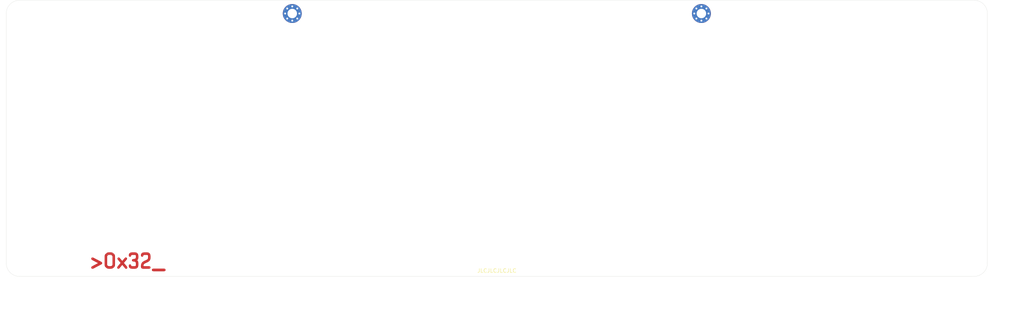
<source format=kicad_pcb>
(kicad_pcb (version 20171130) (host pcbnew "(5.1.9)-1")

  (general
    (thickness 1.2)
    (drawings 11)
    (tracks 0)
    (zones 0)
    (modules 9)
    (nets 1)
  )

  (page A4)
  (layers
    (0 F.Cu signal)
    (31 B.Cu signal)
    (32 B.Adhes user)
    (33 F.Adhes user)
    (34 B.Paste user)
    (35 F.Paste user)
    (36 B.SilkS user)
    (37 F.SilkS user)
    (38 B.Mask user)
    (39 F.Mask user)
    (40 Dwgs.User user)
    (41 Cmts.User user)
    (42 Eco1.User user)
    (43 Eco2.User user)
    (44 Edge.Cuts user)
    (45 Margin user)
    (46 B.CrtYd user)
    (47 F.CrtYd user)
    (48 B.Fab user)
    (49 F.Fab user)
  )

  (setup
    (last_trace_width 0.25)
    (user_trace_width 0.15)
    (user_trace_width 0.2)
    (user_trace_width 0.25)
    (user_trace_width 0.4)
    (user_trace_width 0.6)
    (trace_clearance 0.15)
    (zone_clearance 0.2)
    (zone_45_only no)
    (trace_min 0.15)
    (via_size 0.6)
    (via_drill 0.3)
    (via_min_size 0.6)
    (via_min_drill 0.3)
    (user_via 0.6 0.3)
    (user_via 0.8 0.4)
    (uvia_size 0.3)
    (uvia_drill 0.1)
    (uvias_allowed no)
    (uvia_min_size 0.2)
    (uvia_min_drill 0.1)
    (edge_width 0.05)
    (segment_width 0.2)
    (pcb_text_width 0.3)
    (pcb_text_size 1.5 1.5)
    (mod_edge_width 0.2)
    (mod_text_size 0.8 0.8)
    (mod_text_width 0.2)
    (pad_size 1.7 1.7)
    (pad_drill 1)
    (pad_to_mask_clearance 0)
    (aux_axis_origin 0 0)
    (visible_elements 7FFFFFFF)
    (pcbplotparams
      (layerselection 0x010f0_ffffffff)
      (usegerberextensions false)
      (usegerberattributes true)
      (usegerberadvancedattributes true)
      (creategerberjobfile true)
      (excludeedgelayer true)
      (linewidth 0.300000)
      (plotframeref false)
      (viasonmask false)
      (mode 1)
      (useauxorigin false)
      (hpglpennumber 1)
      (hpglpenspeed 20)
      (hpglpendiameter 15.000000)
      (psnegative false)
      (psa4output false)
      (plotreference true)
      (plotvalue true)
      (plotinvisibletext false)
      (padsonsilk false)
      (subtractmaskfromsilk false)
      (outputformat 1)
      (mirror false)
      (drillshape 0)
      (scaleselection 1)
      (outputdirectory "../gerbers/bottom_plate/"))
  )

  (net 0 "")

  (net_class Default "This is the default net class."
    (clearance 0.15)
    (trace_width 0.25)
    (via_dia 0.6)
    (via_drill 0.3)
    (uvia_dia 0.3)
    (uvia_drill 0.1)
    (diff_pair_width 0.2)
    (diff_pair_gap 0.2)
  )

  (net_class Led_Power ""
    (clearance 0.15)
    (trace_width 0.25)
    (via_dia 0.6)
    (via_drill 0.3)
    (uvia_dia 0.3)
    (uvia_drill 0.1)
    (diff_pair_width 0.2)
    (diff_pair_gap 0.2)
  )

  (net_class PWR ""
    (clearance 0.15)
    (trace_width 0.4)
    (via_dia 0.8)
    (via_drill 0.4)
    (uvia_dia 0.3)
    (uvia_drill 0.1)
  )

  (module 0x32_drawings:0x32_6mm_Cu_Mask (layer F.Cu) (tedit 602AE195) (tstamp 602DF961)
    (at 47.65 106.65)
    (fp_text reference 0x32_logo (at 0 10) (layer F.SilkS) hide
      (effects (font (size 1 1) (thickness 0.15)))
    )
    (fp_text value G***** (at 0 -10) (layer F.SilkS) hide
      (effects (font (size 1 1) (thickness 0.15)))
    )
    (fp_poly (pts (xy -2.62247 -2.02456) (xy -2.50967 -1.84931) (xy -2.45082 -1.6458) (xy -2.4312 -1.39707)
      (xy -2.4312 0.72283) (xy -2.45082 0.98287) (xy -2.50967 1.18638) (xy -2.62247 1.35598)
      (xy -2.79411 1.52557) (xy -2.98047 1.67255) (xy -3.14722 1.76865) (xy -3.33848 1.82518)
      (xy -3.58369 1.84214) (xy -4.03488 1.84214) (xy -4.27519 1.82518) (xy -4.46646 1.76865)
      (xy -4.64301 1.67255) (xy -4.82446 1.52557) (xy -4.99611 1.35598) (xy -5.10891 1.18638)
      (xy -5.16776 0.98287) (xy -5.18247 0.72283) (xy -5.18247 -1.39707) (xy -5.16776 -1.6458)
      (xy -5.10891 -1.84931) (xy -4.99611 -2.02456) (xy -4.87568 -2.143547) (xy -4.19672 -1.78713)
      (xy -4.35856 -1.69103) (xy -4.48607 -1.53274) (xy -4.51059 -1.36315) (xy -4.51059 0.69457)
      (xy -4.48607 0.86981) (xy -4.35856 1.02244) (xy -4.19672 1.11855) (xy -3.99075 1.14681)
      (xy -3.62783 1.14681) (xy -3.42676 1.11855) (xy -3.25511 1.02244) (xy -3.13741 0.86981)
      (xy -3.10308 0.69457) (xy -3.10308 -1.36315) (xy -3.13741 -1.53274) (xy -3.25511 -1.69103)
      (xy -3.42676 -1.78713) (xy -3.62783 -1.8154) (xy -3.96789 -1.8154) (xy -2.79022 -2.190303)) (layer F.Cu) (width 0))
    (fp_poly (pts (xy -3.99075 -1.8154) (xy -4.19672 -1.78713) (xy -4.04728 -1.84838)) (layer F.Cu) (width 0))
    (fp_poly (pts (xy 3.1302 -2.471153) (xy 3.4245 -2.31852) (xy 3.65 -2.01325) (xy 3.7383 -1.52144)
      (xy 3.7383 -1.15964) (xy 3.6697 -0.73566) (xy 3.4441 -0.41344) (xy 3.6697 -0.08556)
      (xy 3.7383 0.34408) (xy 3.7383 0.85285) (xy 3.65 1.34467) (xy 3.4245 1.64994)
      (xy 3.1302 1.80257) (xy 2.8359 1.84214) (xy 2.0415 1.84214) (xy 1.6491 1.7743)
      (xy 1.3843 1.60471) (xy 1.2323 1.35032) (xy 1.1881 1.0394) (xy 1.2519 0.76806)
      (xy 1.5167 0.64934) (xy 1.7619 0.7511) (xy 1.8551 1.00549) (xy 1.9139 1.1242)
      (xy 2.0562 1.14681) (xy 2.8507 1.14681) (xy 2.9929 1.09593) (xy 3.0664 0.85851)
      (xy 3.0664 0.34408) (xy 2.9536 0.05012) (xy 2.6545 -0.0686) (xy 2.4338 -0.0686)
      (xy 2.1346 -0.13643) (xy 2.012 -0.41344) (xy 2.1346 -0.69044) (xy 2.4338 -0.76393)
      (xy 2.6545 -0.76393) (xy 2.9536 -0.87133) (xy 3.0664 -1.15964) (xy 3.0664 -1.5384)
      (xy 3.0468 -1.67972) (xy 2.988 -1.77017) (xy 2.9095 -1.80409) (xy 2.8359 -1.8154)
      (xy 2.0611 -1.8154) (xy 1.9139 -1.79278) (xy 1.8551 -1.67972) (xy 1.7619 -1.41968)
      (xy 1.5167 -1.31793) (xy 1.2519 -1.43664) (xy 1.1881 -1.71364) (xy 1.2323 -2.01891)
      (xy 1.3843 -2.273295) (xy 1.6491 -2.44854) (xy 2.0415 -2.510724) (xy 2.8359 -2.510724)) (layer F.Cu) (width 0))
    (fp_poly (pts (xy -8.144629 -1.10311) (xy -6.06523 -0.00641) (xy -5.88378 0.13491) (xy -5.81512 0.34408)
      (xy -5.88378 0.55324) (xy -6.06523 0.69457) (xy -8.144629 1.79126) (xy -8.409457 1.87041)
      (xy -8.625243 1.7743) (xy -8.728232 1.50861) (xy -8.659573 1.3051) (xy -8.453595 1.15247)
      (xy -6.92838 0.34973) (xy -8.453595 -0.45866) (xy -8.659573 -0.61129) (xy -8.728232 -0.82046)
      (xy -8.625243 -1.08615) (xy -8.409457 -1.1766)) (layer F.Cu) (width 0))
    (fp_poly (pts (xy 10.8053 1.8591) (xy 10.9279 2.15306) (xy 10.8053 2.43571) (xy 10.4914 2.5092)
      (xy 7.7107 2.5092) (xy 7.392 2.43571) (xy 7.2743 2.15306) (xy 7.392 1.8591)
      (xy 7.7107 1.79126) (xy 10.4914 1.79126)) (layer F.Cu) (width 0))
    (fp_poly (pts (xy -2.93415 -2.304594) (xy -2.79411 -2.194152) (xy -2.79022 -2.190303) (xy -3.96789 -1.8154)
      (xy -3.99075 -1.8154) (xy -4.04728 -1.84838)) (layer F.Cu) (width 0))
    (fp_poly (pts (xy -4.19672 -1.78713) (xy -4.87568 -2.143547) (xy -4.82446 -2.194152) (xy -4.74718 -2.25675)
      (xy -4.04728 -1.84838)) (layer F.Cu) (width 0))
    (fp_poly (pts (xy -4.74718 -2.25675) (xy -4.64301 -2.341132) (xy -4.46646 -2.437234) (xy -4.27519 -2.493765)
      (xy -4.03488 -2.510724) (xy -3.58369 -2.510724) (xy -3.33848 -2.493765) (xy -3.14722 -2.437234)
      (xy -2.98047 -2.341132) (xy -2.93415 -2.304594) (xy -4.04728 -1.84838)) (layer F.Cu) (width 0))
    (fp_poly (pts (xy 6.3425 -2.471153) (xy 6.6318 -2.31852) (xy 6.8574 -2.01325) (xy 6.9506 -1.52144)
      (xy 6.9506 -1.10311) (xy 6.9114 -0.73566) (xy 6.7838 -0.40778) (xy 6.5337 -0.11948)
      (xy 6.1316 0.11795) (xy 5.6215 0.34408) (xy 5.2635 0.55889) (xy 5.1605 0.68891)
      (xy 5.1115 0.83589) (xy 5.0919 0.97157) (xy 5.0821 1.05071) (xy 5.0968 1.12985)
      (xy 5.1556 1.14681) (xy 6.5337 1.14681) (xy 6.8329 1.2203) (xy 6.9506 1.4973)
      (xy 6.8329 1.76865) (xy 6.5337 1.84214) (xy 4.8957 1.84214) (xy 4.5181 1.69516)
      (xy 4.3955 1.34467) (xy 4.4053 0.98853) (xy 4.4641 0.63804) (xy 4.5917 0.31016)
      (xy 4.832 0.0275) (xy 5.2488 -0.23819) (xy 5.7883 -0.48127) (xy 6.0384 -0.61129)
      (xy 6.1806 -0.75827) (xy 6.2542 -0.91656) (xy 6.2787 -1.10311) (xy 6.2787 -1.56666)
      (xy 6.2002 -1.77017) (xy 6.0482 -1.8154) (xy 5.2684 -1.8154) (xy 5.1213 -1.79278)
      (xy 5.0674 -1.67972) (xy 4.9693 -1.41968) (xy 4.729 -1.31793) (xy 4.4641 -1.43664)
      (xy 4.3955 -1.71364) (xy 4.4396 -2.01891) (xy 4.5917 -2.273295) (xy 4.8565 -2.44854)
      (xy 5.2537 -2.510724) (xy 6.0482 -2.510724)) (layer F.Cu) (width 0))
    (fp_poly (pts (xy 0.53586 -1.14833) (xy 0.64375 -1.06919) (xy 0.72222 -0.95613) (xy 0.75655 -0.83742)
      (xy 0.71241 -0.68478) (xy 0.60942 -0.53215) (xy -0.08207 0.2932) (xy 0.6977 1.2203)
      (xy 0.83502 1.53122) (xy 0.73203 1.763) (xy 0.50153 1.87041) (xy 0.33479 1.81953)
      (xy 0.19747 1.68385) (xy -0.52345 0.81893) (xy -0.52836 0.81893) (xy -1.24928 1.68385)
      (xy -1.3915 1.81953) (xy -1.55334 1.87041) (xy -1.78384 1.763) (xy -1.88683 1.53122)
      (xy -1.74951 1.2203) (xy -0.96974 0.2932) (xy -1.66124 -0.53215) (xy -1.76913 -0.68478)
      (xy -1.80836 -0.83742) (xy -1.77894 -0.95613) (xy -1.70047 -1.06919) (xy -1.58767 -1.14833)
      (xy -1.46507 -1.1766) (xy -1.30813 -1.12572) (xy -1.161 -0.99005) (xy -0.52836 -0.23819)
      (xy 0.10919 -0.99005) (xy 0.25141 -1.12572) (xy 0.41325 -1.1766)) (layer F.Cu) (width 0))
    (fp_poly (pts (xy -2.93415 -2.304594) (xy -2.79411 -2.194152) (xy -2.79022 -2.190303) (xy -3.96789 -1.8154)
      (xy -3.99075 -1.8154) (xy -4.04728 -1.84838)) (layer F.Mask) (width 0))
    (fp_poly (pts (xy -4.19672 -1.78713) (xy -4.87568 -2.143547) (xy -4.82446 -2.194152) (xy -4.74718 -2.25675)
      (xy -4.04728 -1.84838)) (layer F.Mask) (width 0))
    (fp_poly (pts (xy -2.62247 -2.02456) (xy -2.50967 -1.84931) (xy -2.45082 -1.6458) (xy -2.4312 -1.39707)
      (xy -2.4312 0.72283) (xy -2.45082 0.98287) (xy -2.50967 1.18638) (xy -2.62247 1.35598)
      (xy -2.79411 1.52557) (xy -2.98047 1.67255) (xy -3.14722 1.76865) (xy -3.33848 1.82518)
      (xy -3.58369 1.84214) (xy -4.03488 1.84214) (xy -4.27519 1.82518) (xy -4.46646 1.76865)
      (xy -4.64301 1.67255) (xy -4.82446 1.52557) (xy -4.99611 1.35598) (xy -5.10891 1.18638)
      (xy -5.16776 0.98287) (xy -5.18247 0.72283) (xy -5.18247 -1.39707) (xy -5.16776 -1.6458)
      (xy -5.10891 -1.84931) (xy -4.99611 -2.02456) (xy -4.87568 -2.143547) (xy -4.19672 -1.78713)
      (xy -4.35856 -1.69103) (xy -4.48607 -1.53274) (xy -4.51059 -1.36315) (xy -4.51059 0.69457)
      (xy -4.48607 0.86981) (xy -4.35856 1.02244) (xy -4.19672 1.11855) (xy -3.99075 1.14681)
      (xy -3.62783 1.14681) (xy -3.42676 1.11855) (xy -3.25511 1.02244) (xy -3.13741 0.86981)
      (xy -3.10308 0.69457) (xy -3.10308 -1.36315) (xy -3.13741 -1.53274) (xy -3.25511 -1.69103)
      (xy -3.42676 -1.78713) (xy -3.62783 -1.8154) (xy -3.96789 -1.8154) (xy -2.79022 -2.190303)) (layer F.Mask) (width 0))
    (fp_poly (pts (xy -4.74718 -2.25675) (xy -4.64301 -2.341132) (xy -4.46646 -2.437234) (xy -4.27519 -2.493765)
      (xy -4.03488 -2.510724) (xy -3.58369 -2.510724) (xy -3.33848 -2.493765) (xy -3.14722 -2.437234)
      (xy -2.98047 -2.341132) (xy -2.93415 -2.304594) (xy -4.04728 -1.84838)) (layer F.Mask) (width 0))
    (fp_poly (pts (xy -3.99075 -1.8154) (xy -4.19672 -1.78713) (xy -4.04728 -1.84838)) (layer F.Mask) (width 0))
    (fp_poly (pts (xy 3.1302 -2.471153) (xy 3.4245 -2.31852) (xy 3.65 -2.01325) (xy 3.7383 -1.52144)
      (xy 3.7383 -1.15964) (xy 3.6697 -0.73566) (xy 3.4441 -0.41344) (xy 3.6697 -0.08556)
      (xy 3.7383 0.34408) (xy 3.7383 0.85285) (xy 3.65 1.34467) (xy 3.4245 1.64994)
      (xy 3.1302 1.80257) (xy 2.8359 1.84214) (xy 2.0415 1.84214) (xy 1.6491 1.7743)
      (xy 1.3843 1.60471) (xy 1.2323 1.35032) (xy 1.1881 1.0394) (xy 1.2519 0.76806)
      (xy 1.5167 0.64934) (xy 1.7619 0.7511) (xy 1.8551 1.00549) (xy 1.9139 1.1242)
      (xy 2.0562 1.14681) (xy 2.8507 1.14681) (xy 2.9929 1.09593) (xy 3.0664 0.85851)
      (xy 3.0664 0.34408) (xy 2.9536 0.05012) (xy 2.6545 -0.0686) (xy 2.4338 -0.0686)
      (xy 2.1346 -0.13643) (xy 2.012 -0.41344) (xy 2.1346 -0.69044) (xy 2.4338 -0.76393)
      (xy 2.6545 -0.76393) (xy 2.9536 -0.87133) (xy 3.0664 -1.15964) (xy 3.0664 -1.5384)
      (xy 3.0468 -1.67972) (xy 2.988 -1.77017) (xy 2.9095 -1.80409) (xy 2.8359 -1.8154)
      (xy 2.0611 -1.8154) (xy 1.9139 -1.79278) (xy 1.8551 -1.67972) (xy 1.7619 -1.41968)
      (xy 1.5167 -1.31793) (xy 1.2519 -1.43664) (xy 1.1881 -1.71364) (xy 1.2323 -2.01891)
      (xy 1.3843 -2.273295) (xy 1.6491 -2.44854) (xy 2.0415 -2.510724) (xy 2.8359 -2.510724)) (layer F.Mask) (width 0))
    (fp_poly (pts (xy 6.3425 -2.471153) (xy 6.6318 -2.31852) (xy 6.8574 -2.01325) (xy 6.9506 -1.52144)
      (xy 6.9506 -1.10311) (xy 6.9114 -0.73566) (xy 6.7838 -0.40778) (xy 6.5337 -0.11948)
      (xy 6.1316 0.11795) (xy 5.6215 0.34408) (xy 5.2635 0.55889) (xy 5.1605 0.68891)
      (xy 5.1115 0.83589) (xy 5.0919 0.97157) (xy 5.0821 1.05071) (xy 5.0968 1.12985)
      (xy 5.1556 1.14681) (xy 6.5337 1.14681) (xy 6.8329 1.2203) (xy 6.9506 1.4973)
      (xy 6.8329 1.76865) (xy 6.5337 1.84214) (xy 4.8957 1.84214) (xy 4.5181 1.69516)
      (xy 4.3955 1.34467) (xy 4.4053 0.98853) (xy 4.4641 0.63804) (xy 4.5917 0.31016)
      (xy 4.832 0.0275) (xy 5.2488 -0.23819) (xy 5.7883 -0.48127) (xy 6.0384 -0.61129)
      (xy 6.1806 -0.75827) (xy 6.2542 -0.91656) (xy 6.2787 -1.10311) (xy 6.2787 -1.56666)
      (xy 6.2002 -1.77017) (xy 6.0482 -1.8154) (xy 5.2684 -1.8154) (xy 5.1213 -1.79278)
      (xy 5.0674 -1.67972) (xy 4.9693 -1.41968) (xy 4.729 -1.31793) (xy 4.4641 -1.43664)
      (xy 4.3955 -1.71364) (xy 4.4396 -2.01891) (xy 4.5917 -2.273295) (xy 4.8565 -2.44854)
      (xy 5.2537 -2.510724) (xy 6.0482 -2.510724)) (layer F.Mask) (width 0))
    (fp_poly (pts (xy -8.144629 -1.10311) (xy -6.06523 -0.00641) (xy -5.88378 0.13491) (xy -5.81512 0.34408)
      (xy -5.88378 0.55324) (xy -6.06523 0.69457) (xy -8.144629 1.79126) (xy -8.409457 1.87041)
      (xy -8.625243 1.7743) (xy -8.728232 1.50861) (xy -8.659573 1.3051) (xy -8.453595 1.15247)
      (xy -6.92838 0.34973) (xy -8.453595 -0.45866) (xy -8.659573 -0.61129) (xy -8.728232 -0.82046)
      (xy -8.625243 -1.08615) (xy -8.409457 -1.1766)) (layer F.Mask) (width 0))
    (fp_poly (pts (xy 0.53586 -1.14833) (xy 0.64375 -1.06919) (xy 0.72222 -0.95613) (xy 0.75655 -0.83742)
      (xy 0.71241 -0.68478) (xy 0.60942 -0.53215) (xy -0.08207 0.2932) (xy 0.6977 1.2203)
      (xy 0.83502 1.53122) (xy 0.73203 1.763) (xy 0.50153 1.87041) (xy 0.33479 1.81953)
      (xy 0.19747 1.68385) (xy -0.52345 0.81893) (xy -0.52836 0.81893) (xy -1.24928 1.68385)
      (xy -1.3915 1.81953) (xy -1.55334 1.87041) (xy -1.78384 1.763) (xy -1.88683 1.53122)
      (xy -1.74951 1.2203) (xy -0.96974 0.2932) (xy -1.66124 -0.53215) (xy -1.76913 -0.68478)
      (xy -1.80836 -0.83742) (xy -1.77894 -0.95613) (xy -1.70047 -1.06919) (xy -1.58767 -1.14833)
      (xy -1.46507 -1.1766) (xy -1.30813 -1.12572) (xy -1.161 -0.99005) (xy -0.52836 -0.23819)
      (xy 0.10919 -0.99005) (xy 0.25141 -1.12572) (xy 0.41325 -1.1766)) (layer F.Mask) (width 0))
    (fp_poly (pts (xy 10.8053 1.8591) (xy 10.9279 2.15306) (xy 10.8053 2.43571) (xy 10.4914 2.5092)
      (xy 7.7107 2.5092) (xy 7.392 2.43571) (xy 7.2743 2.15306) (xy 7.392 1.8591)
      (xy 7.7107 1.79126) (xy 10.4914 1.79126)) (layer F.Mask) (width 0))
  )

  (module MountingHole:MountingHole_2.5mm_Pad_Via locked (layer F.Cu) (tedit 56DDBAEA) (tstamp 6027B983)
    (at 200 41)
    (descr "Mounting Hole 2.5mm")
    (tags "mounting hole 2.5mm")
    (path /5F06C5EE/60425FEC)
    (attr virtual)
    (fp_text reference H1 (at 0 -3.5) (layer F.SilkS) hide
      (effects (font (size 1 1) (thickness 0.15)))
    )
    (fp_text value MountingHole (at 0 3.5) (layer F.Fab)
      (effects (font (size 1 1) (thickness 0.15)))
    )
    (fp_circle (center 0 0) (end 2.75 0) (layer F.CrtYd) (width 0.05))
    (fp_circle (center 0 0) (end 2.5 0) (layer Cmts.User) (width 0.15))
    (fp_text user %R (at 0.3 0) (layer F.Fab)
      (effects (font (size 1 1) (thickness 0.15)))
    )
    (pad 1 thru_hole circle (at 1.325825 -1.325825) (size 0.8 0.8) (drill 0.5) (layers *.Cu *.Mask))
    (pad 1 thru_hole circle (at 0 -1.875) (size 0.8 0.8) (drill 0.5) (layers *.Cu *.Mask))
    (pad 1 thru_hole circle (at -1.325825 -1.325825) (size 0.8 0.8) (drill 0.5) (layers *.Cu *.Mask))
    (pad 1 thru_hole circle (at -1.875 0) (size 0.8 0.8) (drill 0.5) (layers *.Cu *.Mask))
    (pad 1 thru_hole circle (at -1.325825 1.325825) (size 0.8 0.8) (drill 0.5) (layers *.Cu *.Mask))
    (pad 1 thru_hole circle (at 0 1.875) (size 0.8 0.8) (drill 0.5) (layers *.Cu *.Mask))
    (pad 1 thru_hole circle (at 1.325825 1.325825) (size 0.8 0.8) (drill 0.5) (layers *.Cu *.Mask))
    (pad 1 thru_hole circle (at 1.875 0) (size 0.8 0.8) (drill 0.5) (layers *.Cu *.Mask))
    (pad 1 thru_hole circle (at 0 0) (size 5 5) (drill 2.5) (layers *.Cu *.Mask))
  )

  (module MountingHole:MountingHole_2.5mm_Pad_Via locked (layer F.Cu) (tedit 56DDBAEA) (tstamp 6027B991)
    (at 92 41)
    (descr "Mounting Hole 2.5mm")
    (tags "mounting hole 2.5mm")
    (path /5F06C5EE/60425FEC)
    (attr virtual)
    (fp_text reference H1 (at 0 -3.5) (layer F.SilkS) hide
      (effects (font (size 1 1) (thickness 0.15)))
    )
    (fp_text value MountingHole (at 0 3.5) (layer F.Fab)
      (effects (font (size 1 1) (thickness 0.15)))
    )
    (fp_circle (center 0 0) (end 2.75 0) (layer F.CrtYd) (width 0.05))
    (fp_circle (center 0 0) (end 2.5 0) (layer Cmts.User) (width 0.15))
    (fp_text user %R (at 0.3 0) (layer F.Fab)
      (effects (font (size 1 1) (thickness 0.15)))
    )
    (pad 1 thru_hole circle (at 1.325825 -1.325825) (size 0.8 0.8) (drill 0.5) (layers *.Cu *.Mask))
    (pad 1 thru_hole circle (at 0 -1.875) (size 0.8 0.8) (drill 0.5) (layers *.Cu *.Mask))
    (pad 1 thru_hole circle (at -1.325825 -1.325825) (size 0.8 0.8) (drill 0.5) (layers *.Cu *.Mask))
    (pad 1 thru_hole circle (at -1.875 0) (size 0.8 0.8) (drill 0.5) (layers *.Cu *.Mask))
    (pad 1 thru_hole circle (at -1.325825 1.325825) (size 0.8 0.8) (drill 0.5) (layers *.Cu *.Mask))
    (pad 1 thru_hole circle (at 0 1.875) (size 0.8 0.8) (drill 0.5) (layers *.Cu *.Mask))
    (pad 1 thru_hole circle (at 1.325825 1.325825) (size 0.8 0.8) (drill 0.5) (layers *.Cu *.Mask))
    (pad 1 thru_hole circle (at 1.875 0) (size 0.8 0.8) (drill 0.5) (layers *.Cu *.Mask))
    (pad 1 thru_hole circle (at 0 0) (size 5 5) (drill 2.5) (layers *.Cu *.Mask))
  )

  (module MountingHole:MountingHole_2.5mm locked (layer F.Cu) (tedit 56D1B4CB) (tstamp 6027B975)
    (at 180 107)
    (descr "Mounting Hole 2.5mm, no annular")
    (tags "mounting hole 2.5mm no annular")
    (path /5F06C5EE/60425FEC)
    (attr virtual)
    (fp_text reference H1 (at 0 -3.5) (layer F.SilkS) hide
      (effects (font (size 1 1) (thickness 0.15)))
    )
    (fp_text value MountingHole (at 0 3.5) (layer F.Fab)
      (effects (font (size 1 1) (thickness 0.15)))
    )
    (fp_circle (center 0 0) (end 2.5 0) (layer Cmts.User) (width 0.15))
    (fp_circle (center 0 0) (end 2.75 0) (layer F.CrtYd) (width 0.05))
    (fp_text user %R (at 0.3 0) (layer F.Fab)
      (effects (font (size 1 1) (thickness 0.15)))
    )
    (pad 1 np_thru_hole circle (at 0 0) (size 2.5 2.5) (drill 2.5) (layers *.Cu *.Mask))
  )

  (module MountingHole:MountingHole_2.5mm locked (layer F.Cu) (tedit 56D1B4CB) (tstamp 6027B967)
    (at 112 107)
    (descr "Mounting Hole 2.5mm, no annular")
    (tags "mounting hole 2.5mm no annular")
    (path /5F06C5EE/60425FEC)
    (attr virtual)
    (fp_text reference H1 (at 0 -3.5) (layer F.SilkS) hide
      (effects (font (size 1 1) (thickness 0.15)))
    )
    (fp_text value MountingHole (at 0 3.5) (layer F.Fab)
      (effects (font (size 1 1) (thickness 0.15)))
    )
    (fp_circle (center 0 0) (end 2.75 0) (layer F.CrtYd) (width 0.05))
    (fp_circle (center 0 0) (end 2.5 0) (layer Cmts.User) (width 0.15))
    (fp_text user %R (at 0.3 0) (layer F.Fab)
      (effects (font (size 1 1) (thickness 0.15)))
    )
    (pad 1 np_thru_hole circle (at 0 0) (size 2.5 2.5) (drill 2.5) (layers *.Cu *.Mask))
  )

  (module MountingHole:MountingHole_2.5mm (layer F.Cu) (tedit 56D1B4CB) (tstamp 6027B94B)
    (at 20 107)
    (descr "Mounting Hole 2.5mm, no annular")
    (tags "mounting hole 2.5mm no annular")
    (path /5F06C5EE/60425FEC)
    (attr virtual)
    (fp_text reference H1 (at 0 -3.5) (layer F.SilkS) hide
      (effects (font (size 1 1) (thickness 0.15)))
    )
    (fp_text value MountingHole (at 0 3.5) (layer F.Fab)
      (effects (font (size 1 1) (thickness 0.15)))
    )
    (fp_circle (center 0 0) (end 2.5 0) (layer Cmts.User) (width 0.15))
    (fp_circle (center 0 0) (end 2.75 0) (layer F.CrtYd) (width 0.05))
    (fp_text user %R (at 0.3 0) (layer F.Fab)
      (effects (font (size 1 1) (thickness 0.15)))
    )
    (pad 1 np_thru_hole circle (at 0 0) (size 2.5 2.5) (drill 2.5) (layers *.Cu *.Mask))
  )

  (module MountingHole:MountingHole_2.5mm (layer F.Cu) (tedit 56D1B4CB) (tstamp 6027B936)
    (at 272 107)
    (descr "Mounting Hole 2.5mm, no annular")
    (tags "mounting hole 2.5mm no annular")
    (path /5F06C5EE/60425FEC)
    (attr virtual)
    (fp_text reference H1 (at 0 -3.5) (layer F.SilkS) hide
      (effects (font (size 1 1) (thickness 0.15)))
    )
    (fp_text value MountingHole (at 0 3.5) (layer F.Fab)
      (effects (font (size 1 1) (thickness 0.15)))
    )
    (fp_circle (center 0 0) (end 2.75 0) (layer F.CrtYd) (width 0.05))
    (fp_circle (center 0 0) (end 2.5 0) (layer Cmts.User) (width 0.15))
    (fp_text user %R (at 0.3 0) (layer F.Fab)
      (effects (font (size 1 1) (thickness 0.15)))
    )
    (pad 1 np_thru_hole circle (at 0 0) (size 2.5 2.5) (drill 2.5) (layers *.Cu *.Mask))
  )

  (module MountingHole:MountingHole_2.5mm (layer F.Cu) (tedit 56D1B4CB) (tstamp 6027B923)
    (at 272 41)
    (descr "Mounting Hole 2.5mm, no annular")
    (tags "mounting hole 2.5mm no annular")
    (path /5F06C5EE/60425FEC)
    (attr virtual)
    (fp_text reference H1 (at 0 -3.5) (layer F.SilkS) hide
      (effects (font (size 1 1) (thickness 0.15)))
    )
    (fp_text value MountingHole (at 0 3.5) (layer F.Fab)
      (effects (font (size 1 1) (thickness 0.15)))
    )
    (fp_circle (center 0 0) (end 2.5 0) (layer Cmts.User) (width 0.15))
    (fp_circle (center 0 0) (end 2.75 0) (layer F.CrtYd) (width 0.05))
    (fp_text user %R (at 0.3 0) (layer F.Fab)
      (effects (font (size 1 1) (thickness 0.15)))
    )
    (pad 1 np_thru_hole circle (at 0 0) (size 2.5 2.5) (drill 2.5) (layers *.Cu *.Mask))
  )

  (module MountingHole:MountingHole_2.5mm (layer F.Cu) (tedit 56D1B4CB) (tstamp 6027931A)
    (at 20 41)
    (descr "Mounting Hole 2.5mm, no annular")
    (tags "mounting hole 2.5mm no annular")
    (path /5F06C5EE/60425FEC)
    (attr virtual)
    (fp_text reference H1 (at 0 -3.5) (layer F.SilkS) hide
      (effects (font (size 1 1) (thickness 0.15)))
    )
    (fp_text value MountingHole (at 0 3.5) (layer F.Fab)
      (effects (font (size 1 1) (thickness 0.15)))
    )
    (fp_circle (center 0 0) (end 2.75 0) (layer F.CrtYd) (width 0.05))
    (fp_circle (center 0 0) (end 2.5 0) (layer Cmts.User) (width 0.15))
    (fp_text user %R (at 0.3 0) (layer F.Fab)
      (effects (font (size 1 1) (thickness 0.15)))
    )
    (pad 1 np_thru_hole circle (at 0 0) (size 2.5 2.5) (drill 2.5) (layers *.Cu *.Mask))
  )

  (gr_text JLCJLCJLCJLC (at 146 109) (layer F.SilkS)
    (effects (font (size 1 1) (thickness 0.15)))
  )
  (gr_arc (start 20 107) (end 16.5 107) (angle -90) (layer Edge.Cuts) (width 0.05))
  (gr_arc (start 272 107) (end 272 110.5) (angle -90) (layer Edge.Cuts) (width 0.05))
  (gr_arc (start 272 41) (end 275.5 41) (angle -90) (layer Edge.Cuts) (width 0.05))
  (gr_arc (start 20 41) (end 20 37.5) (angle -90) (layer Edge.Cuts) (width 0.05))
  (gr_line (start 16.5 107) (end 16.5 41) (layer Edge.Cuts) (width 0.05) (tstamp 6027937A))
  (gr_line (start 272 110.5) (end 20 110.5) (layer Edge.Cuts) (width 0.05))
  (gr_line (start 275.5 41) (end 275.5 107) (layer Edge.Cuts) (width 0.05))
  (gr_line (start 20 37.5) (end 272 37.5) (layer Edge.Cuts) (width 0.05))
  (dimension 73 (width 0.15) (layer Dwgs.User)
    (gr_text "73.000 mm" (at 283.8 74 90) (layer Dwgs.User)
      (effects (font (size 1 1) (thickness 0.15)))
    )
    (feature1 (pts (xy 275.5 37.5) (xy 283.086421 37.5)))
    (feature2 (pts (xy 275.5 110.5) (xy 283.086421 110.5)))
    (crossbar (pts (xy 282.5 110.5) (xy 282.5 37.5)))
    (arrow1a (pts (xy 282.5 37.5) (xy 283.086421 38.626504)))
    (arrow1b (pts (xy 282.5 37.5) (xy 281.913579 38.626504)))
    (arrow2a (pts (xy 282.5 110.5) (xy 283.086421 109.373496)))
    (arrow2b (pts (xy 282.5 110.5) (xy 281.913579 109.373496)))
  )
  (dimension 259 (width 0.15) (layer Dwgs.User)
    (gr_text "259.000 mm" (at 146 119.799999) (layer Dwgs.User)
      (effects (font (size 1 1) (thickness 0.15)))
    )
    (feature1 (pts (xy 275.5 110.5) (xy 275.5 119.08642)))
    (feature2 (pts (xy 16.5 110.5) (xy 16.5 119.08642)))
    (crossbar (pts (xy 16.5 118.499999) (xy 275.5 118.499999)))
    (arrow1a (pts (xy 275.5 118.499999) (xy 274.373496 119.08642)))
    (arrow1b (pts (xy 275.5 118.499999) (xy 274.373496 117.913578)))
    (arrow2a (pts (xy 16.5 118.499999) (xy 17.626504 119.08642)))
    (arrow2b (pts (xy 16.5 118.499999) (xy 17.626504 117.913578)))
  )

)

</source>
